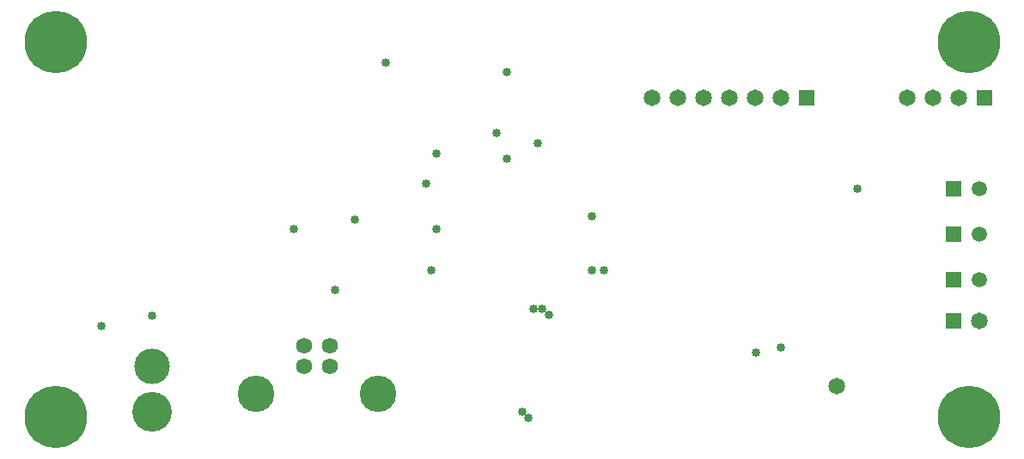
<source format=gbs>
G04*
G04 #@! TF.GenerationSoftware,Altium Limited,Altium Designer,22.11.1 (43)*
G04*
G04 Layer_Color=16711935*
%FSLAX25Y25*%
%MOIN*%
G70*
G04*
G04 #@! TF.SameCoordinates,20756010-ACC5-4C0E-8554-74307577B851*
G04*
G04*
G04 #@! TF.FilePolarity,Negative*
G04*
G01*
G75*
%ADD42C,0.15413*%
%ADD43C,0.13819*%
%ADD44R,0.06496X0.06496*%
%ADD45C,0.06496*%
%ADD46R,0.05937X0.05937*%
%ADD47C,0.05937*%
%ADD48C,0.24213*%
%ADD49C,0.06224*%
%ADD50C,0.14173*%
%ADD51C,0.03347*%
D42*
X53150Y17717D02*
D03*
D43*
Y35433D02*
D03*
D44*
X364016Y53150D02*
D03*
X376299Y139764D02*
D03*
X307244D02*
D03*
D45*
X374016Y53150D02*
D03*
X346299Y139764D02*
D03*
X356299D02*
D03*
X366299D02*
D03*
X247244D02*
D03*
X257244D02*
D03*
X267244D02*
D03*
X277244D02*
D03*
X297244D02*
D03*
X287244D02*
D03*
X318898Y27559D02*
D03*
D46*
X364016Y104331D02*
D03*
Y86614D02*
D03*
Y68898D02*
D03*
D47*
X374016Y104331D02*
D03*
Y86614D02*
D03*
Y68898D02*
D03*
D48*
X15748Y161417D02*
D03*
X370079D02*
D03*
Y15748D02*
D03*
X15748D02*
D03*
D49*
X122047Y43307D02*
D03*
X112205D02*
D03*
Y35433D02*
D03*
X122047D02*
D03*
D50*
X93425Y24764D02*
D03*
X140827D02*
D03*
D51*
X161417Y72835D02*
D03*
X163386Y118110D02*
D03*
X159449Y106299D02*
D03*
X326772Y104331D02*
D03*
X196850Y17717D02*
D03*
X163386Y88583D02*
D03*
X190945Y149606D02*
D03*
X228346Y72835D02*
D03*
X223909D02*
D03*
Y93588D02*
D03*
X297244Y42807D02*
D03*
X287402Y40839D02*
D03*
X201223Y57597D02*
D03*
X207102Y55331D02*
D03*
X204478Y57670D02*
D03*
X199153Y15414D02*
D03*
X108268Y88583D02*
D03*
X131890Y92520D02*
D03*
X124016Y64961D02*
D03*
X53150Y55118D02*
D03*
X33465Y51181D02*
D03*
X143701Y153543D02*
D03*
X190945Y116142D02*
D03*
X202756Y122047D02*
D03*
X187008Y125984D02*
D03*
M02*

</source>
